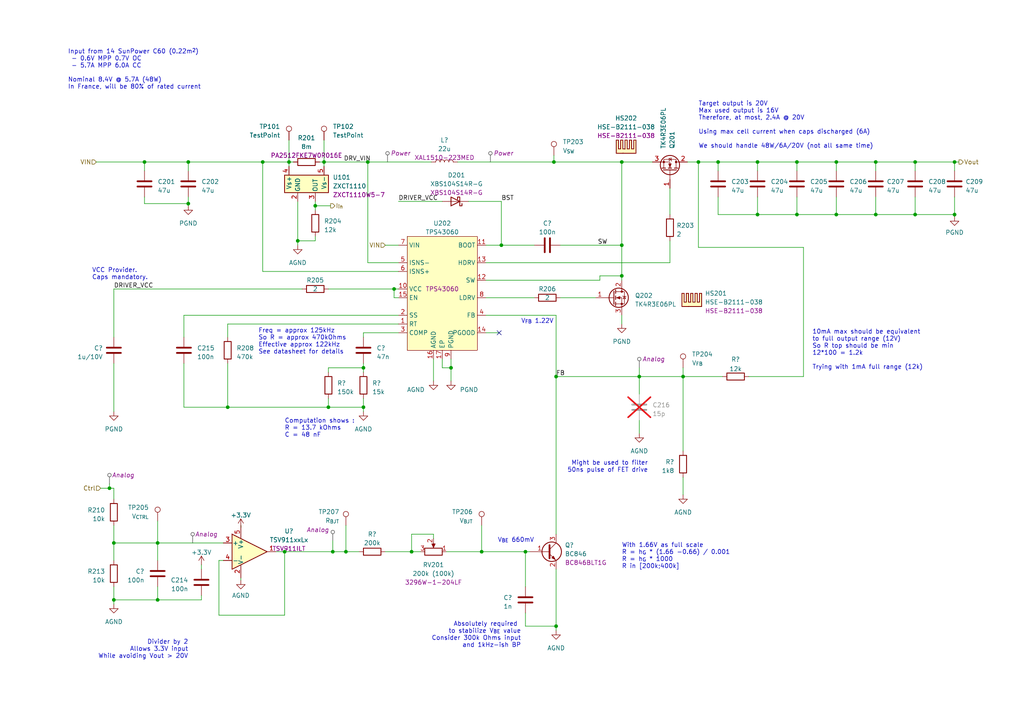
<source format=kicad_sch>
(kicad_sch (version 20230819) (generator eeschema)
  (paper "A4")
  (title_block (title "MPPT PSU - Core boost converter") (date "2023-04-05") (rev "0.1") (company "Julien FAUCHER") (comment 1 "Defis solaires 2024"))
  (lib_symbols
    (symbol "Amplifier_Current:ZXCT1110" (pin_names (offset 0.254))
      (property "Reference" "U" (at 7.62 1.27 0))
      (property "Value" "ZXCT1110" (at 7.62 -1.27 0))
      (symbol "ZXCT1110_0_1"
        (rectangle (start -6.35 2.54) (end 6.35 -2.54) (stroke (width 0.254)) (fill (type background)))
      )
      (symbol "ZXCT1110_1_1"
        (pin no_connect line (at 0 2.54 270) (length 2.54) hide (name "NC") (number "1"))
        (pin power_in line (at -2.54 -5.08 90) (length 2.54) (name "GND") (number "2"))
        (pin output line (at 2.54 -5.08 90) (length 2.54) (name "OUT") (number "3"))
        (pin input line (at -5.08 5.08 270) (length 2.54) (name "Vs+") (number "4"))
        (pin input line (at 5.08 5.08 270) (length 2.54) (name "Vs-") (number "5"))
      )
    )
    (symbol "Amplifier_Operational:TSV911xxLx" (pin_names (offset 0.127))
      (property "Reference" "U" (at -1.27 6.35 0))
      (property "Value" "TSV911xxLx" (at -1.27 3.81 0))
      (symbol "TSV911xxLx_0_1"
        (polyline (pts (xy -5.08 5.08) (xy 5.08 0) (xy -5.08 -5.08) (xy -5.08 5.08)) (stroke (width 0.254)) (fill (type background)))
        (pin power_in line (at -2.54 -7.62 90) (length 3.81) (name "V-") (number "2"))
        (pin power_in line (at -2.54 7.62 270) (length 3.81) (name "V+") (number "5"))
      )
      (symbol "TSV911xxLx_1_1"
        (pin output line (at 7.62 0 180) (length 2.54) (name "~") (number "1"))
        (pin input line (at -7.62 2.54 0) (length 2.54) (name "+") (number "3"))
        (pin input line (at -7.62 -2.54 0) (length 2.54) (name "-") (number "4"))
      )
    )
    (symbol "Connector:TestPoint" (pin_numbers hide) (pin_names (offset 0.762) hide)
      (property "Reference" "TP" (at 0 6.858 0))
      (property "Value" "TestPoint" (at 0 5.08 0))
      (symbol "TestPoint_0_1"
        (circle (center 0 3.302) (radius 0.762))
      )
      (symbol "TestPoint_1_1"
        (pin passive line (at 0 0 90) (length 2.54) (name "1") (number "1"))
      )
    )
    (symbol "Device:C" (pin_numbers hide) (pin_names (offset 0.254))
      (property "Reference" "C" (at 0.635 2.54 0))
      (property "Value" "C" (at 0.635 -2.54 0))
      (symbol "C_0_1"
        (polyline (pts (xy -2.032 -0.762) (xy 2.032 -0.762)) (stroke (width 0.508)))
        (polyline (pts (xy -2.032 0.762) (xy 2.032 0.762)) (stroke (width 0.508)))
      )
      (symbol "C_1_1"
        (pin passive line (at 0 3.81 270) (length 2.794) (name "~") (number "1"))
        (pin passive line (at 0 -3.81 90) (length 2.794) (name "~") (number "2"))
      )
    )
    (symbol "Device:D_Schottky" (pin_numbers hide) (pin_names (offset 1.016) hide)
      (property "Reference" "D" (at 0 2.54 0))
      (property "Value" "D_Schottky" (at 0 -2.54 0))
      (symbol "D_Schottky_0_1"
        (polyline (pts (xy 1.27 0) (xy -1.27 0)))
        (polyline (pts (xy 1.27 1.27) (xy 1.27 -1.27) (xy -1.27 0) (xy 1.27 1.27)) (stroke (width 0.254)))
        (polyline (pts (xy -1.905 0.635) (xy -1.905 1.27) (xy -1.27 1.27) (xy -1.27 -1.27) (xy -0.635 -1.27) (xy -0.635 -0.635)) (stroke (width 0.254)))
      )
      (symbol "D_Schottky_1_1"
        (pin passive line (at -3.81 0 0) (length 2.54) (name "K") (number "1"))
        (pin passive line (at 3.81 0 180) (length 2.54) (name "A") (number "2"))
      )
    )
    (symbol "Device:L" (pin_numbers hide) (pin_names (offset 1.016) hide)
      (property "Reference" "L" (at -1.27 0 90))
      (property "Value" "L" (at 1.905 0 90))
      (symbol "L_0_1"
        (arc (start 0 -2.54) (mid 0.6323 -1.905) (end 0 -1.27))
        (arc (start 0 -1.27) (mid 0.6323 -0.635) (end 0 0))
        (arc (start 0 0) (mid 0.6323 0.635) (end 0 1.27))
        (arc (start 0 1.27) (mid 0.6323 1.905) (end 0 2.54))
      )
      (symbol "L_1_1"
        (pin passive line (at 0 3.81 270) (length 1.27) (name "1") (number "1"))
        (pin passive line (at 0 -3.81 90) (length 1.27) (name "2") (number "2"))
      )
    )
    (symbol "Device:Q_NMOS_GDS" (pin_names (offset 0) hide)
      (property "Reference" "Q" (at 5.08 1.27 0))
      (property "Value" "Q_NMOS_GDS" (at 5.08 -1.27 0))
      (symbol "Q_NMOS_GDS_0_1"
        (polyline (pts (xy 0.254 0) (xy -2.54 0)))
        (polyline (pts (xy 0.254 1.905) (xy 0.254 -1.905)) (stroke (width 0.254)))
        (polyline (pts (xy 0.762 -1.27) (xy 0.762 -2.286)) (stroke (width 0.254)))
        (polyline (pts (xy 0.762 0.508) (xy 0.762 -0.508)) (stroke (width 0.254)))
        (polyline (pts (xy 0.762 2.286) (xy 0.762 1.27)) (stroke (width 0.254)))
        (polyline (pts (xy 2.54 2.54) (xy 2.54 1.778)))
        (polyline (pts (xy 2.54 -2.54) (xy 2.54 0) (xy 0.762 0)))
        (polyline (pts (xy 0.762 -1.778) (xy 3.302 -1.778) (xy 3.302 1.778) (xy 0.762 1.778)))
        (polyline (pts (xy 1.016 0) (xy 2.032 0.381) (xy 2.032 -0.381) (xy 1.016 0)) (fill (type outline)))
        (polyline (pts (xy 2.794 0.508) (xy 2.921 0.381) (xy 3.683 0.381) (xy 3.81 0.254)))
        (polyline (pts (xy 3.302 0.381) (xy 2.921 -0.254) (xy 3.683 -0.254) (xy 3.302 0.381)))
        (circle (center 1.651 0) (radius 2.794) (stroke (width 0.254)))
        (circle (center 2.54 -1.778) (radius 0.254) (fill (type outline)))
        (circle (center 2.54 1.778) (radius 0.254) (fill (type outline)))
      )
      (symbol "Q_NMOS_GDS_1_1"
        (pin input line (at -5.08 0 0) (length 2.54) (name "G") (number "1"))
        (pin passive line (at 2.54 5.08 270) (length 2.54) (name "D") (number "2"))
        (pin passive line (at 2.54 -5.08 90) (length 2.54) (name "S") (number "3"))
      )
    )
    (symbol "Device:R" (pin_numbers hide) (pin_names (offset 0))
      (property "Reference" "R" (at 2.032 0 90))
      (property "Value" "R" (at 0 0 90))
      (symbol "R_0_1"
        (rectangle (start -1.016 -2.54) (end 1.016 2.54) (stroke (width 0.254)))
      )
      (symbol "R_1_1"
        (pin passive line (at 0 3.81 270) (length 1.27) (name "~") (number "1"))
        (pin passive line (at 0 -3.81 90) (length 1.27) (name "~") (number "2"))
      )
    )
    (symbol "Device:R_Potentiometer" (pin_names (offset 1.016) hide)
      (property "Reference" "RV" (at -4.445 0 90))
      (property "Value" "R_Potentiometer" (at -2.54 0 90))
      (symbol "R_Potentiometer_0_1"
        (polyline (pts (xy 2.54 0) (xy 1.524 0)))
        (polyline (pts (xy 1.143 0) (xy 2.286 0.508) (xy 2.286 -0.508) (xy 1.143 0)) (fill (type outline)))
        (rectangle (start 1.016 2.54) (end -1.016 -2.54) (stroke (width 0.254)))
      )
      (symbol "R_Potentiometer_1_1"
        (pin passive line (at 0 3.81 270) (length 1.27) (name "1") (number "1"))
        (pin passive line (at 3.81 0 180) (length 1.27) (name "2") (number "2"))
        (pin passive line (at 0 -3.81 90) (length 1.27) (name "3") (number "3"))
      )
    )
    (symbol "GND_2" (power) (pin_names (offset 0))
      (property "Value" "GND" (at 0 -3.81 0))
      (symbol "GND_2_0_1"
        (polyline (pts (xy 0 0) (xy 0 -1.27) (xy 1.27 -1.27) (xy 0 -2.54) (xy -1.27 -1.27) (xy 0 -1.27)))
      )
      (symbol "GND_2_1_1"
        (pin power_in line (at 0 0 270) (length 0) hide (name "GND") (number "1"))
      )
    )
    (symbol "GND_3" (power) (pin_names (offset 0))
      (property "Value" "GND" (at 0 -3.81 0))
      (symbol "GND_3_0_1"
        (polyline (pts (xy 0 0) (xy 0 -1.27) (xy 1.27 -1.27) (xy 0 -2.54) (xy -1.27 -1.27) (xy 0 -1.27)))
      )
      (symbol "GND_3_1_1"
        (pin power_in line (at 0 0 270) (length 0) hide (name "GND") (number "1"))
      )
    )
    (symbol "GND_4" (power) (pin_names (offset 0))
      (property "Value" "GND" (at 0 -3.81 0))
      (symbol "GND_4_0_1"
        (polyline (pts (xy 0 0) (xy 0 -1.27) (xy 1.27 -1.27) (xy 0 -2.54) (xy -1.27 -1.27) (xy 0 -1.27)))
      )
      (symbol "GND_4_1_1"
        (pin power_in line (at 0 0 270) (length 0) hide (name "GND") (number "1"))
      )
    )
    (symbol "Mechanical:Heatsink" (pin_names (offset 1.016))
      (property "Reference" "HS" (at 0 5.08 0))
      (property "Value" "Heatsink" (at 0 -1.27 0))
      (symbol "Heatsink_0_1"
        (polyline (pts (xy -0.3302 1.27) (xy -0.9652 1.27) (xy -0.9652 3.81) (xy -1.6002 3.81) (xy -1.6002 1.27) (xy -2.2352 1.27) (xy -2.2352 3.81) (xy -2.8702 3.81) (xy -2.8702 0) (xy -0.9652 0)) (stroke (width 0.254)) (fill (type background)))
        (polyline (pts (xy -0.3302 1.27) (xy -0.3302 3.81) (xy 0.3048 3.81) (xy 0.3048 1.27) (xy 0.9398 1.27) (xy 0.9398 3.81) (xy 1.5748 3.81) (xy 1.5748 1.27) (xy 2.2098 1.27) (xy 2.2098 3.81) (xy 2.8448 3.81) (xy 2.8448 0) (xy -0.9652 0)) (stroke (width 0.254)) (fill (type background)))
      )
    )
    (symbol "Transistor_BJT:BC846" (pin_names (offset 0) hide)
      (property "Reference" "Q" (at 5.08 1.905 0))
      (property "Value" "BC846" (at 5.08 0 0))
      (symbol "BC846_0_1"
        (polyline (pts (xy 0.635 0.635) (xy 2.54 2.54)))
        (polyline (pts (xy 0.635 -0.635) (xy 2.54 -2.54) (xy 2.54 -2.54)))
        (polyline (pts (xy 0.635 1.905) (xy 0.635 -1.905) (xy 0.635 -1.905)) (stroke (width 0.508)))
        (polyline (pts (xy 1.27 -1.778) (xy 1.778 -1.27) (xy 2.286 -2.286) (xy 1.27 -1.778) (xy 1.27 -1.778)) (fill (type outline)))
        (circle (center 1.27 0) (radius 2.8194) (stroke (width 0.254)))
      )
      (symbol "BC846_1_1"
        (pin input line (at -5.08 0 0) (length 5.715) (name "B") (number "1"))
        (pin passive line (at 2.54 -5.08 90) (length 2.54) (name "E") (number "2"))
        (pin passive line (at 2.54 5.08 270) (length 2.54) (name "C") (number "3"))
      )
    )
    (symbol "defis_solaires_4:TPS43060"
      (property "Reference" "U" (at 0 0 0))
      (symbol "TPS43060_0_0"
        (pin bidirectional line (at -12.7 -10.16 0) (length 2.54) (name "RT") (number "1"))
        (pin power_out line (at -12.7 0 0) (length 2.54) (name "VCC") (number "10"))
        (pin output line (at 12.7 12.7 180) (length 2.54) (name "BOOT") (number "11"))
        (pin input line (at 12.7 2.54 180) (length 2.54) (name "SW") (number "12"))
        (pin output line (at 12.7 7.62 180) (length 2.54) (name "HDRV") (number "13"))
        (pin open_collector line (at 12.7 -12.7 180) (length 2.54) (name "PGOOD") (number "14"))
        (pin input line (at -12.7 -2.54 0) (length 2.54) (name "EN") (number "15"))
        (pin power_in line (at -2.54 -20.32 90) (length 2.54) (name "AGND") (number "16"))
        (pin power_in line (at 0 -20.32 90) (length 2.54) (name "EP") (number "17"))
        (pin output line (at -12.7 -7.62 0) (length 2.54) (name "SS") (number "2"))
        (pin output line (at -12.7 -12.7 0) (length 2.54) (name "COMP") (number "3"))
        (pin input line (at 12.7 -7.62 180) (length 2.54) (name "FB") (number "4"))
        (pin input line (at -12.7 7.62 0) (length 2.54) (name "ISNS-") (number "5"))
        (pin input line (at -12.7 5.08 0) (length 2.54) (name "ISNS+") (number "6"))
        (pin power_in line (at -12.7 12.7 0) (length 2.54) (name "VIN") (number "7"))
        (pin output line (at 12.7 -2.54 180) (length 2.54) (name "LDRV") (number "8"))
        (pin power_in line (at 2.54 -20.32 90) (length 2.54) (name "PGND") (number "9"))
      )
      (symbol "TPS43060_0_1"
        (rectangle (start -10.16 15.24) (end 10.16 -17.78) (fill (type background)))
      )
    )
    (symbol "power:+3.3V" (power) (pin_names (offset 0))
      (property "Value" "+3.3V" (at 0 3.556 0))
      (symbol "+3.3V_0_1"
        (polyline (pts (xy -0.762 1.27) (xy 0 2.54)))
        (polyline (pts (xy 0 0) (xy 0 2.54)))
        (polyline (pts (xy 0 2.54) (xy 0.762 1.27)))
      )
      (symbol "+3.3V_1_1"
        (pin power_in line (at 0 0 90) (length 0) hide (name "+3.3V") (number "1"))
      )
    )
    (symbol "power:GND" (power) (pin_names (offset 0))
      (property "Value" "GND" (at 0 -3.81 0))
      (symbol "GND_0_1"
        (polyline (pts (xy 0 0) (xy 0 -1.27) (xy 1.27 -1.27) (xy 0 -2.54) (xy -1.27 -1.27) (xy 0 -1.27)))
      )
      (symbol "GND_1_1"
        (pin power_in line (at 0 0 270) (length 0) hide (name "GND") (number "1"))
      )
    )
    (symbol "power:GNDA" (power) (pin_names (offset 0))
      (property "Value" "GNDA" (at 0 -3.81 0))
      (symbol "GNDA_0_1"
        (polyline (pts (xy 0 0) (xy 0 -1.27) (xy 1.27 -1.27) (xy 0 -2.54) (xy -1.27 -1.27) (xy 0 -1.27)))
      )
      (symbol "GNDA_1_1"
        (pin power_in line (at 0 0 270) (length 0) hide (name "GNDA") (number "1"))
      )
    )
  )
  (junction (at 276.86 46.99))
  (junction (at 231.14 46.99))
  (junction (at 254 46.99))
  (junction (at 86.36 69.85))
  (junction (at 180.34 80.01))
  (junction (at 265.43 46.99))
  (junction (at 198.12 109.22))
  (junction (at 45.72 173.99))
  (junction (at 100.33 160.02))
  (junction (at 106.68 46.99))
  (junction (at 54.61 59.055))
  (junction (at 114.3 83.82))
  (junction (at 93.98 46.99))
  (junction (at 254 62.23))
  (junction (at 33.02 173.99))
  (junction (at 41.91 46.99))
  (junction (at 152.4 160.02))
  (junction (at 265.43 62.23))
  (junction (at 161.29 109.22))
  (junction (at 54.61 46.99))
  (junction (at 82.55 160.02))
  (junction (at 242.57 46.99))
  (junction (at 180.34 71.12))
  (junction (at 219.71 46.99))
  (junction (at 130.81 106.68))
  (junction (at 276.86 62.23))
  (junction (at 139.7 160.02))
  (junction (at 219.71 62.23))
  (junction (at 160.655 46.99))
  (junction (at 76.2 46.99))
  (junction (at 105.41 106.68))
  (junction (at 66.04 118.11))
  (junction (at 185.42 109.22))
  (junction (at 105.41 118.11))
  (junction (at 242.57 62.23))
  (junction (at 95.25 118.11))
  (junction (at 31.75 141.605))
  (junction (at 161.29 181.61))
  (junction (at 231.14 62.23))
  (junction (at 208.28 46.99))
  (junction (at 83.82 46.99))
  (junction (at 119.38 160.02))
  (junction (at 96.52 160.02))
  (junction (at 202.565 46.99))
  (junction (at 91.44 59.69))
  (junction (at 33.02 157.48))
  (junction (at 180.34 46.99))
  (junction (at 45.72 157.48))
  (junction (at 145.415 71.12))
  (no_connect (at 144.78 96.52))
  (wire (pts (xy 231.14 46.99) (xy 231.14 49.53)))
  (wire (pts (xy 254 57.15) (xy 254 62.23)))
  (wire (pts (xy 180.34 46.99) (xy 189.23 46.99)))
  (wire (pts (xy 106.68 76.2) (xy 115.57 76.2)))
  (wire (pts (xy 91.44 68.58) (xy 91.44 69.85)))
  (wire (pts (xy 33.02 105.41) (xy 33.02 119.38)))
  (wire (pts (xy 58.42 173.99) (xy 45.72 173.99)))
  (wire (pts (xy 76.2 78.74) (xy 115.57 78.74)))
  (wire (pts (xy 265.43 57.15) (xy 265.43 62.23)))
  (wire (pts (xy 82.55 160.02) (xy 80.01 160.02)))
  (wire (pts (xy 219.71 57.15) (xy 219.71 62.23)))
  (wire (pts (xy 254 46.99) (xy 254 49.53)))
  (wire (pts (xy 185.42 106.68) (xy 185.42 109.22)))
  (wire (pts (xy 86.36 69.85) (xy 86.36 71.12)))
  (wire (pts (xy 91.44 58.42) (xy 91.44 59.69)))
  (wire (pts (xy 198.12 138.43) (xy 198.12 143.51)))
  (wire (pts (xy 219.71 62.23) (xy 231.14 62.23)))
  (wire (pts (xy 202.565 71.755) (xy 233.045 71.755)))
  (wire (pts (xy 106.68 46.99) (xy 125.095 46.99)))
  (wire (pts (xy 91.44 59.69) (xy 91.44 60.96)))
  (wire (pts (xy 153.67 160.02) (xy 152.4 160.02)))
  (wire (pts (xy 208.28 46.99) (xy 219.71 46.99)))
  (wire (pts (xy 219.71 46.99) (xy 231.14 46.99)))
  (wire (pts (xy 242.57 57.15) (xy 242.57 62.23)))
  (wire (pts (xy 265.43 62.23) (xy 276.86 62.23)))
  (wire (pts (xy 33.02 152.4) (xy 33.02 157.48)))
  (wire (pts (xy 33.02 144.78) (xy 33.02 141.605)))
  (wire (pts (xy 45.72 157.48) (xy 45.72 162.56)))
  (wire (pts (xy 45.72 151.13) (xy 45.72 157.48)))
  (wire (pts (xy 152.4 160.02) (xy 152.4 170.18)))
  (wire (pts (xy 58.42 172.72) (xy 58.42 173.99)))
  (wire (pts (xy 125.73 104.14) (xy 125.73 110.49)))
  (wire (pts (xy 106.68 46.99) (xy 106.68 76.2)))
  (wire (pts (xy 219.71 46.99) (xy 219.71 49.53)))
  (wire (pts (xy 254 62.23) (xy 265.43 62.23)))
  (wire (pts (xy 125.73 156.21) (xy 125.73 154.94)))
  (wire (pts (xy 180.34 80.01) (xy 180.34 81.28)))
  (wire (pts (xy 100.33 160.02) (xy 96.52 160.02)))
  (wire (pts (xy 63.5 162.56) (xy 63.5 178.435)))
  (wire (pts (xy 41.91 57.15) (xy 41.91 59.055)))
  (wire (pts (xy 128.27 104.14) (xy 128.27 106.68)))
  (wire (pts (xy 82.55 160.02) (xy 96.52 160.02)))
  (wire (pts (xy 140.97 76.2) (xy 194.31 76.2)))
  (wire (pts (xy 115.57 83.82) (xy 114.3 83.82)))
  (wire (pts (xy 173.99 80.01) (xy 180.34 80.01)))
  (wire (pts (xy 231.14 62.23) (xy 242.57 62.23)))
  (wire (pts (xy 119.38 160.02) (xy 121.92 160.02)))
  (wire (pts (xy 33.02 97.79) (xy 33.02 83.82)))
  (wire (pts (xy 130.81 106.68) (xy 130.81 110.49)))
  (wire (pts (xy 140.97 81.28) (xy 173.99 81.28)))
  (wire (pts (xy 160.655 45.085) (xy 160.655 46.99)))
  (wire (pts (xy 45.72 173.99) (xy 33.02 173.99)))
  (wire (pts (xy 33.02 170.18) (xy 33.02 173.99)))
  (wire (pts (xy 91.44 59.69) (xy 95.885 59.69)))
  (wire (pts (xy 95.25 118.11) (xy 105.41 118.11)))
  (wire (pts (xy 66.04 118.11) (xy 95.25 118.11)))
  (wire (pts (xy 198.12 106.68) (xy 198.12 109.22)))
  (wire (pts (xy 54.61 46.99) (xy 54.61 49.53)))
  (wire (pts (xy 276.86 62.865) (xy 276.86 62.23)))
  (wire (pts (xy 31.75 141.605) (xy 29.21 141.605)))
  (wire (pts (xy 162.56 71.12) (xy 180.34 71.12)))
  (wire (pts (xy 53.34 97.79) (xy 53.34 91.44)))
  (wire (pts (xy 66.04 93.98) (xy 115.57 93.98)))
  (wire (pts (xy 135.89 58.42) (xy 145.415 58.42)))
  (wire (pts (xy 41.91 46.99) (xy 41.91 49.53)))
  (wire (pts (xy 242.57 46.99) (xy 242.57 49.53)))
  (wire (pts (xy 53.34 91.44) (xy 115.57 91.44)))
  (wire (pts (xy 194.31 62.23) (xy 194.31 54.61)))
  (wire (pts (xy 105.41 118.11) (xy 105.41 119.38)))
  (wire (pts (xy 161.29 91.44) (xy 161.29 109.22)))
  (wire (pts (xy 145.415 58.42) (xy 145.415 71.12)))
  (wire (pts (xy 33.02 141.605) (xy 31.75 141.605)))
  (wire (pts (xy 53.34 105.41) (xy 53.34 118.11)))
  (wire (pts (xy 33.02 173.99) (xy 33.02 175.26)))
  (wire (pts (xy 208.28 62.23) (xy 219.71 62.23)))
  (wire (pts (xy 41.91 46.99) (xy 54.61 46.99)))
  (wire (pts (xy 254 46.99) (xy 265.43 46.99)))
  (wire (pts (xy 100.33 152.4) (xy 100.33 160.02)))
  (wire (pts (xy 231.14 57.15) (xy 231.14 62.23)))
  (wire (pts (xy 160.655 46.99) (xy 132.715 46.99)))
  (wire (pts (xy 161.29 165.1) (xy 161.29 181.61)))
  (wire (pts (xy 95.25 107.95) (xy 95.25 106.68)))
  (wire (pts (xy 93.98 46.99) (xy 93.98 48.26)))
  (wire (pts (xy 185.42 109.22) (xy 198.12 109.22)))
  (wire (pts (xy 114.3 83.82) (xy 114.3 86.36)))
  (wire (pts (xy 31.75 140.335) (xy 31.75 141.605)))
  (wire (pts (xy 76.2 46.99) (xy 83.82 46.99)))
  (wire (pts (xy 160.655 46.99) (xy 180.34 46.99)))
  (wire (pts (xy 180.34 71.12) (xy 180.34 80.01)))
  (wire (pts (xy 152.4 181.61) (xy 161.29 181.61)))
  (wire (pts (xy 198.12 109.22) (xy 209.55 109.22)))
  (wire (pts (xy 242.57 46.99) (xy 254 46.99)))
  (wire (pts (xy 217.17 109.22) (xy 233.045 109.22)))
  (wire (pts (xy 105.41 115.57) (xy 105.41 118.11)))
  (wire (pts (xy 76.2 78.74) (xy 76.2 46.99)))
  (wire (pts (xy 105.41 106.68) (xy 105.41 107.95)))
  (wire (pts (xy 95.25 115.57) (xy 95.25 118.11)))
  (wire (pts (xy 69.85 152.4) (xy 69.85 153.035)))
  (wire (pts (xy 265.43 46.99) (xy 265.43 49.53)))
  (wire (pts (xy 145.415 71.12) (xy 154.94 71.12)))
  (wire (pts (xy 100.33 160.02) (xy 104.14 160.02)))
  (wire (pts (xy 45.72 157.48) (xy 33.02 157.48)))
  (wire (pts (xy 64.77 157.48) (xy 45.72 157.48)))
  (wire (pts (xy 86.36 58.42) (xy 86.36 69.85)))
  (wire (pts (xy 114.3 86.36) (xy 115.57 86.36)))
  (wire (pts (xy 63.5 178.435) (xy 82.55 178.435)))
  (wire (pts (xy 83.82 46.99) (xy 83.82 48.26)))
  (wire (pts (xy 128.27 106.68) (xy 130.81 106.68)))
  (wire (pts (xy 64.77 162.56) (xy 63.5 162.56)))
  (wire (pts (xy 95.25 83.82) (xy 114.3 83.82)))
  (wire (pts (xy 162.56 86.36) (xy 172.72 86.36)))
  (wire (pts (xy 69.85 167.64) (xy 69.85 168.275)))
  (wire (pts (xy 231.14 46.99) (xy 242.57 46.99)))
  (wire (pts (xy 233.045 71.755) (xy 233.045 109.22)))
  (wire (pts (xy 111.76 71.12) (xy 115.57 71.12)))
  (wire (pts (xy 140.97 96.52) (xy 144.78 96.52)))
  (wire (pts (xy 130.81 104.14) (xy 130.81 106.68)))
  (wire (pts (xy 54.61 46.99) (xy 76.2 46.99)))
  (wire (pts (xy 41.91 59.055) (xy 54.61 59.055)))
  (wire (pts (xy 265.43 46.99) (xy 276.86 46.99)))
  (wire (pts (xy 53.34 118.11) (xy 66.04 118.11)))
  (wire (pts (xy 161.29 109.22) (xy 185.42 109.22)))
  (wire (pts (xy 202.565 46.99) (xy 208.28 46.99)))
  (wire (pts (xy 115.57 58.42) (xy 128.27 58.42)))
  (wire (pts (xy 194.31 76.2) (xy 194.31 69.85)))
  (wire (pts (xy 202.565 46.99) (xy 202.565 71.755)))
  (wire (pts (xy 161.29 182.88) (xy 161.29 181.61)))
  (wire (pts (xy 119.38 154.94) (xy 119.38 160.02)))
  (wire (pts (xy 33.02 83.82) (xy 87.63 83.82)))
  (wire (pts (xy 140.97 71.12) (xy 145.415 71.12)))
  (wire (pts (xy 208.28 57.15) (xy 208.28 62.23)))
  (wire (pts (xy 82.55 160.02) (xy 82.55 178.435)))
  (wire (pts (xy 111.76 160.02) (xy 119.38 160.02)))
  (wire (pts (xy 180.34 93.98) (xy 180.34 91.44)))
  (wire (pts (xy 242.57 62.23) (xy 254 62.23)))
  (wire (pts (xy 276.86 57.15) (xy 276.86 62.23)))
  (wire (pts (xy 45.72 170.18) (xy 45.72 173.99)))
  (wire (pts (xy 208.28 46.99) (xy 208.28 49.53)))
  (wire (pts (xy 173.99 80.01) (xy 173.99 81.28)))
  (wire (pts (xy 199.39 46.99) (xy 202.565 46.99)))
  (wire (pts (xy 185.42 109.22) (xy 185.42 114.3)))
  (wire (pts (xy 125.73 154.94) (xy 119.38 154.94)))
  (wire (pts (xy 105.41 105.41) (xy 105.41 106.68)))
  (wire (pts (xy 276.86 46.99) (xy 276.86 49.53)))
  (wire (pts (xy 86.36 69.85) (xy 91.44 69.85)))
  (wire (pts (xy 93.98 46.99) (xy 106.68 46.99)))
  (wire (pts (xy 95.25 106.68) (xy 105.41 106.68)))
  (wire (pts (xy 54.61 59.055) (xy 54.61 59.69)))
  (wire (pts (xy 276.86 46.99) (xy 278.13 46.99)))
  (wire (pts (xy 198.12 109.22) (xy 198.12 130.81)))
  (wire (pts (xy 96.52 156.845) (xy 96.52 160.02)))
  (wire (pts (xy 139.7 152.4) (xy 139.7 160.02)))
  (wire (pts (xy 105.41 96.52) (xy 115.57 96.52)))
  (wire (pts (xy 129.54 160.02) (xy 139.7 160.02)))
  (wire (pts (xy 54.61 57.15) (xy 54.61 59.055)))
  (wire (pts (xy 105.41 96.52) (xy 105.41 97.79)))
  (wire (pts (xy 152.4 177.8) (xy 152.4 181.61)))
  (wire (pts (xy 83.82 46.99) (xy 85.09 46.99)))
  (wire (pts (xy 58.42 163.83) (xy 58.42 165.1)))
  (wire (pts (xy 83.82 40.64) (xy 83.82 46.99)))
  (wire (pts (xy 66.04 105.41) (xy 66.04 118.11)))
  (wire (pts (xy 185.42 121.92) (xy 185.42 125.73)))
  (wire (pts (xy 92.71 46.99) (xy 93.98 46.99)))
  (wire (pts (xy 180.34 46.99) (xy 180.34 71.12)))
  (wire (pts (xy 140.97 91.44) (xy 161.29 91.44)))
  (wire (pts (xy 33.02 157.48) (xy 33.02 162.56)))
  (wire (pts (xy 140.97 86.36) (xy 154.94 86.36)))
  (wire (pts (xy 139.7 160.02) (xy 152.4 160.02)))
  (wire (pts (xy 66.04 93.98) (xy 66.04 97.79)))
  (wire (pts (xy 93.98 40.64) (xy 93.98 46.99)))
  (wire (pts (xy 161.29 109.22) (xy 161.29 154.94)))
  (wire (pts (xy 27.94 46.99) (xy 41.91 46.99)))
  (text "V_{BE} 660mV" (at 154.94 157.48 0) (effects (font (size 1.27 1.27)) (justify right bottom)))
  (text "V_{FB} 1.22V" (at 151.13 93.98 0) (effects (font (size 1.27 1.27)) (justify left bottom)))
  (text "Computation shows :\nR = 13.7 kOhms\nC = 48 nF" (at 82.55 127 0) (effects (font (size 1.27 1.27)) (justify left bottom)))
  (text "With 1.66V as full scale\nR = h_{G} * (1.66 -0.66) / 0.001\nR = h_{G} * 1000\nR in [200k;400k]" (at 180.34 165.1 0) (effects (font (size 1.27 1.27)) (justify left bottom)))
  (text "Might be used to filter\n50ns pulse of FET drive" (at 187.96 137.16 0) (effects (font (size 1.27 1.27)) (justify right bottom)))
  (text "Absolutely required \nto stabilize V_{BE} value\nConsider 300k Ohms input\nand 1kHz-ish BP\n" (at 151.13 187.96 0) (effects (font (size 1.27 1.27)) (justify right bottom)))
  (text "VCC Provider.\nCaps mandatory." (at 26.67 81.28 0) (effects (font (size 1.27 1.27)) (justify left bottom)))
  (text "10mA max should be equivalent \nto full output range (12V)\nSo R top should be min \n12*100 = 1.2k\n\nTrying with 1mA full range (12k)" (at 235.585 107.315 0) (effects (font (size 1.27 1.27)) (justify left bottom)))
  (text "Freq = approx 125kHz\nSo R = approx 470kOhms \nEffective approx 122kHz\nSee datasheet for details" (at 74.93 102.87 0) (effects (font (size 1.27 1.27)) (justify left bottom)))
  (text "Input from 14 SunPower C60 (0.22m^{2})\n - 0.6V MPP 0.7V OC\n - 5.7A MPP 6.0A CC\n\nNominal 8.4V @ 5.7A (48W)\nIn France, will be 80% of rated current" (at 19.685 26.035 0) (effects (font (size 1.27 1.27)) (justify left bottom)))
  (text "Target output is 20V\nMax used output is 16V\nTherefore, at most, 2.4A @ 20V\n\nUsing max cell current when caps discharged (6A)\n\nWe should handle 48W/6A/20V (not all same time)" (at 202.565 43.18 0) (effects (font (size 1.27 1.27)) (justify left bottom)))
  (text "Divider by 2\nAllows 3.3V input\nWhile avoiding Vout > 20V" (at 54.61 191.135 0) (effects (font (size 1.27 1.27)) (justify right bottom)))
  (label "BST" (at 145.415 58.42 0))
  (label "FB" (at 161.29 109.22 0))
  (label "DRIVER_VCC" (at 115.57 58.42 0))
  (label "SW" (at 173.355 71.12 0))
  (label "DRV_VIN" (at 99.695 46.99 0))
  (label "DRIVER_VCC" (at 33.02 83.82 0))
  (hierarchical_label "VIN" (shape input) (at 27.94 46.99 180) (property "Références Inter-Feuilles" "${INTERSHEET_REFS}" (effects hide)))
  (hierarchical_label "Ctrl" (shape input) (at 29.21 141.605 180) (property "Références Inter-Feuilles" "${INTERSHEET_REFS}" (effects hide)))
  (hierarchical_label "VIN" (shape input) (at 111.76 71.12 180))
  (hierarchical_label "I_{in}" (shape output) (at 95.885 59.69 0))
  (hierarchical_label "Vout" (shape output) (at 278.13 46.99 0) (property "Références Inter-Feuilles" "${INTERSHEET_REFS}" (effects hide)))
  (netclass_flag "" (length 2.54) (shape round) (at 31.75 140.335 0) (property "Netclass" "Analog" (at 32.4485 137.795 0) (effects (font italic) (justify left))))
  (netclass_flag "" (length 2.54) (shape round) (at 142.24 46.99 0) (property "Netclass" "Power" (at 143.129 44.45 0) (effects (font italic) (justify left))))
  (netclass_flag "" (length 2.54) (shape round) (at 112.395 46.99 0) (property "Netclass" "Power" (at 113.284 44.45 0) (effects (font italic) (justify left))))
  (netclass_flag "" (length 2.54) (shape round) (at 96.52 156.845 0) (property "Netclass" "Analog" (at 88.9 153.67 0) (effects (font italic) (justify left))))
  (netclass_flag "" (length 2.54) (shape round) (at 55.88 157.48 0) (property "Netclass" "Analog" (at 56.5785 154.94 0) (effects (font italic) (justify left))))
  (netclass_flag "" (length 2.54) (shape round) (at 185.42 106.68 0) (property "Netclass" "Analog" (at 186.309 104.14 0) (effects (font italic) (justify left))))
  (symbol (lib_id "Device:Q_NMOS_GDS") (at 177.8 86.36 0) (unit 1)
    (property "Reference" "Q202" (at 184.15 85.725 0) (effects (justify left)))
    (property "Value" "TK4R3E06PL" (at 184.15 88.265 0) (effects (justify left)))
    (property "Footprint" "Package_TO_SOT_THT:TO-220-3_Horizontal_TabUp" (effects hide))
    (property "Datasheet" "https://www.mouser.fr/datasheet/2/408/TK4R3E06PL_datasheet_en_20210120-1075493.pdf" (effects hide))
    (property "MPN" "TK4R3E06PL" (effects hide))
    (property "Mouser SKU" " 757-TK4R3E06PLS1X " (effects hide))
  )
  (symbol (lib_id "Device:L") (at 128.905 46.99 90) (unit 1)
    (property "Reference" "L?" (at 128.905 40.64 90))
    (property "Value" "22u" (at 128.905 43.18 90))
    (property "Footprint" "Inductor_SMD:L_Coilcraft_XAL1510-223" (effects hide))
    (property "Datasheet" "https://www.mouser.fr/datasheet/2/597/xal1510-938229.pdf" (effects hide))
    (property "MPN" "XAL1510-223MED" (at 128.905 45.72 90))
    (property "Sim.Device" "SPICE" (effects hide))
    (property "Sim.Params" "type=\"L\" model=\"1.5u\" lib=\"\"" (effects hide))
    (property "Sim.Pins" "1=1 2=2" (effects hide))
    (property "Mouser SKU" "994-XAL1510-223MED " (effects hide))
  )
  (symbol (lib_id "Device:R") (at 107.95 160.02 90) (unit 1)
    (property "Reference" "R?" (at 107.95 154.94 90))
    (property "Value" "200k" (at 107.95 157.48 90))
    (property "Footprint" "Resistor_SMD:R_0805_2012Metric" (effects hide))
  )
  (symbol (lib_id "power:GND") (at 198.12 143.51 0) (unit 1)
    (property "Reference" "#PWR?" (effects hide))
    (property "Value" "AGND" (at 198.12 148.59 0))
  )
  (symbol (lib_id "Device:R_Potentiometer") (at 125.73 160.02 270) (mirror x) (unit 1)
    (property "Reference" "RV201" (at 125.73 163.83 90))
    (property "Value" "200k (100k)" (at 125.73 166.37 90))
    (property "Footprint" "Potentiometer_THT:Potentiometer_Bourns_3296W_Vertical" (effects hide))
    (property "MPN" "3296W-1-204LF" (at 125.73 168.91 90))
    (property "Mouser SKU" " 652-3296W-1-204LF " (effects hide))
  )
  (symbol (lib_id "Amplifier_Current:ZXCT1110") (at 88.9 53.34 0) (unit 1)
    (property "Reference" "U101" (at 96.52 51.435 0) (effects (justify left)))
    (property "Value" "ZXCT1110" (at 96.52 53.975 0) (effects (justify left)))
    (property "Footprint" "Package_TO_SOT_SMD:SOT-23-5" (effects hide))
    (property "Datasheet" "https://www.diodes.com/assets/Datasheets/ZXCT1107_10.pdf" (effects hide))
    (property "MPN" "ZXCT1110W5-7" (at 96.52 56.515 0) (effects (justify left)))
    (property "Mouser SKU" " 522-ZXCT1110W5-7 " (effects hide))
  )
  (symbol (lib_id "Device:C") (at 54.61 53.34 0) (unit 1)
    (property "Reference" "C202" (at 58.42 52.705 0) (effects (justify left)))
    (property "Value" "47u" (at 58.42 55.245 0) (effects (justify left)))
    (property "Footprint" "Capacitor_SMD:C_1206_3216Metric" (effects hide))
    (property "Datasheet" "https://product.tdk.com/system/files/dam/doc/product/capacitor/ceramic/mlcc/catalog/mlcc_commercial_general_en.pdf" (effects hide))
    (property "MPN" "C3216X5R1E476M160AC" (effects hide))
    (property "Mouser SKU" "810-C3216X5R1E476M " (effects hide))
  )
  (symbol (lib_id "Device:C") (at 105.41 101.6 0) (unit 1)
    (property "Reference" "C?" (at 109.22 100.965 0) (effects (justify left)))
    (property "Value" "47n" (at 109.22 103.505 0) (effects (justify left)))
    (property "Footprint" "Capacitor_SMD:C_0805_2012Metric" (effects hide))
  )
  (symbol (lib_id "Device:R") (at 158.75 86.36 90) (unit 1)
    (property "Reference" "R206" (at 158.75 83.82 90))
    (property "Value" "2" (at 158.75 86.36 90))
    (property "Footprint" "Resistor_SMD:R_0805_2012Metric" (effects hide))
    (property "Mouser SKU" "652-CHP0805QFW-2R00ELF" (effects hide))
    (property "MPN" "CHP0805QFW-2R00ELF" (effects hide))
  )
  (symbol (lib_id "Device:C") (at 45.72 166.37 0) (mirror y) (unit 1)
    (property "Reference" "C?" (at 41.91 165.735 0) (effects (justify left)))
    (property "Value" "100n" (at 41.91 168.275 0) (effects (justify left)))
    (property "Footprint" "Capacitor_SMD:C_0805_2012Metric" (effects hide))
    (property "Mouser SKU" "581-0805YC104M4T2A " (effects hide))
    (property "MPN" "0805YC104M4T2A " (effects hide))
  )
  (symbol (lib_name "GND_3") (lib_id "power:GND") (at 33.02 119.38 0) (unit 1)
    (property "Reference" "#PWR0209" (effects hide))
    (property "Value" "PGND" (at 33.02 124.46 0))
    (instances (project "dsv4" (path "" (reference "#PWR0209") (unit 1)) (path "" (reference "#PWR0209") (unit 1))) (project "power_supply" (path "" (reference "#PWR0202") (unit 1))))
  )
  (symbol (lib_id "Device:R") (at 194.31 66.04 0) (unit 1)
    (property "Reference" "R203" (at 196.215 65.405 0) (effects (justify left)))
    (property "Value" "2" (at 196.215 67.945 0) (effects (justify left)))
    (property "Footprint" "Resistor_SMD:R_0805_2012Metric" (effects hide))
    (property "Mouser SKU" "652-CHP0805QFW-2R00ELF" (effects hide))
    (property "MPN" "CHP0805QFW-2R00ELF" (effects hide))
  )
  (symbol (lib_name "GND_4") (lib_id "power:GND") (at 185.42 125.73 0) (unit 1)
    (property "Reference" "#PWR01" (effects hide))
    (property "Value" "AGND" (at 185.42 130.81 0))
  )
  (symbol (lib_id "Connector:TestPoint") (at 93.98 40.64 0) (unit 1) (in_bom no)
    (property "Reference" "TP102" (at 96.52 36.703 0) (effects (justify left)))
    (property "Value" "TestPoint" (at 96.52 39.243 0) (effects (justify left)))
    (property "Footprint" "TestPoint:TestPoint_Keystone_5010-5014_Multipurpose" (effects hide))
  )
  (symbol (lib_id "Device:C") (at 58.42 168.91 0) (mirror y) (unit 1)
    (property "Reference" "C214" (at 54.61 168.275 0) (effects (justify left)))
    (property "Value" "100n" (at 54.61 170.815 0) (effects (justify left)))
    (property "Footprint" "Capacitor_SMD:C_0805_2012Metric" (effects hide))
    (property "Mouser SKU" "581-0805YC104M4T2A " (effects hide))
    (property "MPN" "0805YC104M4T2A " (effects hide))
  )
  (symbol (lib_id "Device:C") (at 208.28 53.34 0) (unit 1)
    (property "Reference" "C203" (at 212.09 52.705 0) (effects (justify left)))
    (property "Value" "47u" (at 212.09 55.245 0) (effects (justify left)))
    (property "Footprint" "Capacitor_SMD:C_1206_3216Metric" (effects hide))
    (property "Datasheet" "https://product.tdk.com/system/files/dam/doc/product/capacitor/ceramic/mlcc/catalog/mlcc_commercial_general_en.pdf" (effects hide))
    (property "MPN" "C3216X5R1E476M160AC" (effects hide))
    (property "Mouser SKU" "810-C3216X5R1E476M " (effects hide))
  )
  (symbol (lib_id "power:GNDA") (at 130.81 110.49 0) (unit 1)
    (property "Reference" "#PWR0203" (effects hide))
    (property "Value" "PGND" (at 133.35 113.03 0) (effects (justify left)))
  )
  (symbol (lib_id "Amplifier_Operational:TSV911xxLx") (at 72.39 160.02 0) (unit 1) (exclude_from_sim yes)
    (property "Reference" "U?" (at 83.82 154.0511 0))
    (property "Value" "TSV911xxLx" (at 83.82 156.5911 0))
    (property "Footprint" "Package_TO_SOT_SMD:SOT-23-5" (effects hide))
    (property "Datasheet" "www.st.com/resource/en/datasheet/tsv911.pdf" (effects hide))
    (property "Sim.Device" "SPICE" (effects hide))
    (property "Sim.Params" "type=\"X\" model=\"TSV91X\" lib=\"/home/julien/Projets/Kicad/DefisSolaireV4/librairies/spice/tsv91x_series.lib\"" (effects hide))
    (property "Sim.Pins" "4=1 3=2 1=3 2=4 5=5" (effects hide))
    (property "MPN" "TSV911ILT" (at 83.82 159.1311 0))
    (property "Mouser SKU" " 511-TSV911ILT " (effects hide))
  )
  (symbol (lib_id "power:GND") (at 161.29 182.88 0) (mirror y) (unit 1)
    (property "Reference" "#PWR?" (effects hide))
    (property "Value" "AGND" (at 161.29 187.96 0))
  )
  (symbol (lib_id "Device:C") (at 219.71 53.34 0) (unit 1)
    (property "Reference" "C204" (at 223.52 52.705 0) (effects (justify left)))
    (property "Value" "47u" (at 223.52 55.245 0) (effects (justify left)))
    (property "Footprint" "Capacitor_SMD:C_1206_3216Metric" (effects hide))
    (property "Datasheet" "https://product.tdk.com/system/files/dam/doc/product/capacitor/ceramic/mlcc/catalog/mlcc_commercial_general_en.pdf" (effects hide))
    (property "MPN" "C3216X5R1E476M160AC" (effects hide))
    (property "Mouser SKU" "810-C3216X5R1E476M " (effects hide))
  )
  (symbol (lib_id "power:GND") (at 180.34 93.98 0) (unit 1)
    (property "Reference" "#PWR?" (effects hide))
    (property "Value" "PGND" (at 180.34 99.06 0))
  )
  (symbol (lib_id "Connector:TestPoint") (at 100.33 152.4 0) (mirror y) (unit 1) (in_bom no)
    (property "Reference" "TP207" (at 98.425 148.463 0) (effects (justify left)))
    (property "Value" "R_{BJT}" (at 98.425 151.003 0) (effects (justify left)))
    (property "Footprint" "TestPoint:TestPoint_Keystone_5010-5014_Multipurpose" (effects hide))
  )
  (symbol (lib_id "Device:Q_NMOS_GDS") (at 194.31 49.53 270) (mirror x) (unit 1)
    (property "Reference" "Q201" (at 194.945 43.18 0) (effects (justify left)))
    (property "Value" "TK4R3E06PL" (at 192.405 43.18 0) (effects (justify left)))
    (property "Footprint" "Package_TO_SOT_THT:TO-220-3_Horizontal_TabUp" (effects hide))
    (property "Datasheet" "https://www.mouser.fr/datasheet/2/408/TK4R3E06PL_datasheet_en_20210120-1075493.pdf" (effects hide))
    (property "MPN" "TK4R3E06PL" (effects hide))
    (property "Mouser SKU" " 757-TK4R3E06PLS1X " (effects hide))
  )
  (symbol (lib_id "Connector:TestPoint") (at 45.72 151.13 0) (mirror y) (unit 1) (in_bom no)
    (property "Reference" "TP205" (at 43.18 147.193 0) (effects (justify left)))
    (property "Value" "V_{CTRL}" (at 43.18 149.733 0) (effects (justify left)))
    (property "Footprint" "TestPoint:TestPoint_Keystone_5010-5014_Multipurpose" (effects hide))
  )
  (symbol (lib_id "Connector:TestPoint") (at 83.82 40.64 0) (unit 1) (in_bom no)
    (property "Reference" "TP101" (at 81.28 36.703 0) (effects (justify right)))
    (property "Value" "TestPoint" (at 81.28 39.243 0) (effects (justify right)))
    (property "Footprint" "TestPoint:TestPoint_Keystone_5010-5014_Multipurpose" (effects hide))
  )
  (symbol (lib_name "GND_3") (lib_id "power:GND") (at 54.61 59.69 0) (unit 1)
    (property "Reference" "#PWR0202" (effects hide))
    (property "Value" "PGND" (at 54.61 64.77 0))
  )
  (symbol (lib_id "Connector:TestPoint") (at 198.12 106.68 0) (unit 1) (in_bom no)
    (property "Reference" "TP204" (at 200.66 102.743 0) (effects (justify left)))
    (property "Value" "V_{FB}" (at 200.66 105.283 0) (effects (justify left)))
    (property "Footprint" "TestPoint:TestPoint_Keystone_5010-5014_Multipurpose" (effects hide))
  )
  (symbol (lib_id "Mechanical:Heatsink") (at 181.61 44.45 0) (unit 1) (exclude_from_sim yes) (on_board no)
    (property "Reference" "HS202" (at 181.5973 34.29 0))
    (property "Value" "HSE-B2111-038" (at 181.5973 36.83 0))
    (property "Datasheet" "https://www.mouser.fr/datasheet/2/670/hse_bx_01-1778429.pdf" (effects hide))
    (property "MPN" "HSE-B2111-038" (at 181.5973 39.37 0))
    (property "Mouser SKU" " 490-HSE-B2111-038 " (effects hide))
  )
  (symbol (lib_id "Device:C") (at 41.91 53.34 0) (unit 1)
    (property "Reference" "C201" (at 45.72 52.705 0) (effects (justify left)))
    (property "Value" "47u" (at 45.72 55.245 0) (effects (justify left)))
    (property "Footprint" "Capacitor_SMD:C_1206_3216Metric" (effects hide))
    (property "Datasheet" "https://product.tdk.com/system/files/dam/doc/product/capacitor/ceramic/mlcc/catalog/mlcc_commercial_general_en.pdf" (effects hide))
    (property "MPN" "C3216X5R1E476M160AC" (effects hide))
    (property "Mouser SKU" "810-C3216X5R1E476M " (effects hide))
  )
  (symbol (lib_id "defis_solaires_4:TPS43060") (at 128.27 83.82 0) (unit 1)
    (property "Reference" "U202" (at 128.27 64.77 0))
    (property "Value" "TPS43060" (at 128.27 67.31 0))
    (property "Footprint" "power_supply:QFN-16_EP_3x3_Pitch0.5mm" (effects hide))
    (property "Datasheet" "https://www.ti.com/lit/ds/symlink/tps43060.pdf" (effects hide))
    (property "MPN" "TPS43060" (at 128.27 83.82 0))
    (property "Mouser SKU" " 595-TPS43060RTER " (effects hide))
  )
  (symbol (lib_id "Connector:TestPoint") (at 160.655 45.085 0) (unit 1) (in_bom no)
    (property "Reference" "TP203" (at 163.195 41.148 0) (effects (justify left)))
    (property "Value" "V_{SW}" (at 163.195 43.688 0) (effects (justify left)))
    (property "Footprint" "TestPoint:TestPoint_Keystone_5010-5014_Multipurpose" (effects hide))
  )
  (symbol (lib_id "Device:C") (at 265.43 53.34 0) (unit 1)
    (property "Reference" "C208" (at 269.24 52.705 0) (effects (justify left)))
    (property "Value" "47u" (at 269.24 55.245 0) (effects (justify left)))
    (property "Footprint" "Capacitor_SMD:C_1206_3216Metric" (effects hide))
    (property "Datasheet" "https://product.tdk.com/system/files/dam/doc/product/capacitor/ceramic/mlcc/catalog/mlcc_commercial_general_en.pdf" (effects hide))
    (property "MPN" "C3216X5R1E476M160AC" (effects hide))
    (property "Mouser SKU" "810-C3216X5R1E476M " (effects hide))
  )
  (symbol (lib_id "Device:R") (at 66.04 101.6 0) (unit 1)
    (property "Reference" "R208" (at 68.58 100.965 0) (effects (justify left)))
    (property "Value" "470k" (at 68.58 103.505 0) (effects (justify left)))
    (property "Footprint" "Resistor_SMD:R_0805_2012Metric" (effects hide))
  )
  (symbol (lib_id "Device:D_Schottky") (at 132.08 58.42 180) (unit 1)
    (property "Reference" "D201" (at 132.3975 50.8 0))
    (property "Value" "XBS104S14R-G" (at 132.3975 53.34 0))
    (property "Footprint" "Diode_SMD:D_SOD-123" (effects hide))
    (property "Datasheet" "https://www.mouser.fr/datasheet/2/760/TOSLS00277_1-2574880.pdf" (effects hide))
    (property "MPN" "XBS104S14R-G" (at 132.3975 55.88 0))
    (property "Mouser SKU" " 865-XBS104S14R-G " (effects hide))
  )
  (symbol (lib_id "Device:C") (at 33.02 101.6 0) (unit 1)
    (property "Reference" "C?" (at 29.845 100.965 0) (effects (justify right)))
    (property "Value" "1u/10V" (at 29.845 103.505 0) (effects (justify right)))
    (property "Footprint" "Capacitor_SMD:C_0805_2012Metric" (effects hide))
  )
  (symbol (lib_id "Mechanical:Heatsink") (at 200.66 88.9 0) (unit 1) (exclude_from_sim yes) (on_board no)
    (property "Reference" "HS201" (at 204.47 85.09 0) (effects (justify left)))
    (property "Value" "HSE-B2111-038" (at 204.47 87.63 0) (effects (justify left)))
    (property "Datasheet" "https://www.mouser.fr/datasheet/2/670/hse_bx_01-1778429.pdf" (effects hide))
    (property "MPN" "HSE-B2111-038" (at 204.47 90.17 0) (effects (justify left)))
    (property "Mouser SKU" " 490-HSE-B2111-038 " (effects hide))
  )
  (symbol (lib_id "power:GND") (at 33.02 175.26 0) (mirror y) (unit 1)
    (property "Reference" "#PWR?" (effects hide))
    (property "Value" "AGND" (at 33.02 180.34 0))
  )
  (symbol (lib_id "power:GND") (at 276.86 62.865 0) (unit 1)
    (property "Reference" "#PWR?" (effects hide))
    (property "Value" "PGND" (at 276.86 67.4276 0))
  )
  (symbol (lib_id "Device:C") (at 242.57 53.34 0) (unit 1)
    (property "Reference" "C206" (at 246.38 52.705 0) (effects (justify left)))
    (property "Value" "47u" (at 246.38 55.245 0) (effects (justify left)))
    (property "Footprint" "Capacitor_SMD:C_1206_3216Metric" (effects hide))
    (property "Datasheet" "https://product.tdk.com/system/files/dam/doc/product/capacitor/ceramic/mlcc/catalog/mlcc_commercial_general_en.pdf" (effects hide))
    (property "MPN" "C3216X5R1E476M160AC" (effects hide))
    (property "Mouser SKU" "810-C3216X5R1E476M " (effects hide))
  )
  (symbol (lib_id "Device:C") (at 158.75 71.12 90) (unit 1)
    (property "Reference" "C?" (at 158.75 64.77 90))
    (property "Value" "100n" (at 158.75 67.31 90))
    (property "Footprint" "Capacitor_SMD:C_0805_2012Metric" (effects hide))
    (property "Mouser SKU" "581-0805YC104M4T2A " (effects hide))
    (property "MPN" "0805YC104M4T2A " (effects hide))
    (property "Notes" "16V" (effects hide))
  )
  (symbol (lib_id "Device:R") (at 95.25 111.76 0) (unit 1)
    (property "Reference" "R?" (at 97.79 111.125 0) (effects (justify left)))
    (property "Value" "150k" (at 97.79 113.665 0) (effects (justify left)))
    (property "Footprint" "Resistor_SMD:R_0805_2012Metric" (effects hide))
  )
  (symbol (lib_id "Device:C") (at 152.4 173.99 0) (mirror y) (unit 1)
    (property "Reference" "C?" (at 148.59 173.355 0) (effects (justify left)))
    (property "Value" "1n" (at 148.59 175.895 0) (effects (justify left)))
    (property "Footprint" "Capacitor_SMD:C_0805_2012Metric" (effects hide))
    (property "Mouser SKU" "581-0805YC104M4T2A " (effects hide))
    (property "MPN" "0805YC104M4T2A " (effects hide))
  )
  (symbol (lib_id "Device:C") (at 231.14 53.34 0) (unit 1)
    (property "Reference" "C205" (at 234.95 52.705 0) (effects (justify left)))
    (property "Value" "47u" (at 234.95 55.245 0) (effects (justify left)))
    (property "Footprint" "Capacitor_SMD:C_1206_3216Metric" (effects hide))
    (property "Datasheet" "https://product.tdk.com/system/files/dam/doc/product/capacitor/ceramic/mlcc/catalog/mlcc_commercial_general_en.pdf" (effects hide))
    (property "MPN" "C3216X5R1E476M160AC" (effects hide))
    (property "Mouser SKU" "810-C3216X5R1E476M " (effects hide))
  )
  (symbol (lib_id "Device:R") (at 91.44 83.82 90) (unit 1)
    (property "Reference" "R205" (at 91.44 81.28 90))
    (property "Value" "2" (at 91.44 83.82 90))
    (property "Footprint" "Resistor_SMD:R_0805_2012Metric" (effects hide))
    (property "Mouser SKU" "652-CHP0805QFW-2R00ELF" (effects hide))
    (property "MPN" "CHP0805QFW-2R00ELF" (effects hide))
  )
  (symbol (lib_id "Device:R") (at 198.12 134.62 0) (mirror x) (unit 1)
    (property "Reference" "R?" (at 195.58 133.985 0) (effects (justify right)))
    (property "Value" "1k8" (at 195.58 136.525 0) (effects (justify right)))
    (property "Footprint" "Resistor_SMD:R_0805_2012Metric" (effects hide))
  )
  (symbol (lib_id "Device:R") (at 213.36 109.22 90) (unit 1)
    (property "Reference" "R?" (at 213.36 104.2374 90))
    (property "Value" "12k" (at 213.36 107.0125 90))
    (property "Footprint" "Resistor_SMD:R_0805_2012Metric" (effects hide))
  )
  (symbol (lib_name "GND_2") (lib_id "power:GND") (at 86.36 71.12 0) (unit 1)
    (property "Reference" "#PWR0204" (effects hide))
    (property "Value" "AGND" (at 86.36 76.2 0))
  )
  (symbol (lib_id "Device:R") (at 88.9 46.99 270) (unit 1)
    (property "Reference" "R201" (at 88.9 40.005 90))
    (property "Value" "8m" (at 88.9 42.545 90))
    (property "Footprint" "Resistor_SMD:R_2512_6332Metric" (effects hide))
    (property "MPN" "PA2512FKE7W0R016E" (at 88.9 45.085 90))
    (property "Mouser SKU" "603-PA2512FKE7W0R16E " (effects hide))
  )
  (symbol (lib_id "Connector:TestPoint") (at 139.7 152.4 0) (mirror y) (unit 1) (in_bom no)
    (property "Reference" "TP206" (at 137.16 148.463 0) (effects (justify left)))
    (property "Value" "V_{BJT}" (at 137.16 151.003 0) (effects (justify left)))
    (property "Footprint" "TestPoint:TestPoint_Keystone_5010-5014_Multipurpose" (effects hide))
  )
  (symbol (lib_id "Device:C") (at 254 53.34 0) (unit 1)
    (property "Reference" "C207" (at 257.175 52.705 0) (effects (justify left)))
    (property "Value" "47u" (at 257.175 55.245 0) (effects (justify left)))
    (property "Footprint" "Capacitor_SMD:C_1206_3216Metric" (effects hide))
    (property "Datasheet" "https://product.tdk.com/system/files/dam/doc/product/capacitor/ceramic/mlcc/catalog/mlcc_commercial_general_en.pdf" (effects hide))
    (property "MPN" "C3216X5R1E476M160AC" (effects hide))
    (property "Mouser SKU" "810-C3216X5R1E476M " (effects hide))
  )
  (symbol (lib_id "Device:C") (at 276.86 53.34 0) (unit 1)
    (property "Reference" "C209" (at 280.035 52.705 0) (effects (justify left)))
    (property "Value" "47u" (at 280.035 55.245 0) (effects (justify left)))
    (property "Footprint" "Capacitor_SMD:C_1206_3216Metric" (effects hide))
    (property "Datasheet" "https://product.tdk.com/system/files/dam/doc/product/capacitor/ceramic/mlcc/catalog/mlcc_commercial_general_en.pdf" (effects hide))
    (property "MPN" "C3216X5R1E476M160AC" (effects hide))
    (property "Mouser SKU" "810-C3216X5R1E476M " (effects hide))
  )
  (symbol (lib_id "Device:R") (at 105.41 111.76 0) (unit 1)
    (property "Reference" "R?" (at 107.95 111.125 0) (effects (justify left)))
    (property "Value" "15k" (at 107.95 113.665 0) (effects (justify left)))
    (property "Footprint" "Resistor_SMD:R_0805_2012Metric" (effects hide))
  )
  (symbol (lib_id "Transistor_BJT:BC846") (at 158.75 160.02 0) (unit 1)
    (property "Reference" "Q?" (at 163.83 158.115 0) (effects (justify left)))
    (property "Value" "BC846" (at 163.83 160.655 0) (effects (justify left)))
    (property "Footprint" "Package_TO_SOT_SMD:SOT-23" (effects hide))
    (property "Datasheet" "https://assets.nexperia.com/documents/data-sheet/BC846_SER.pdf" (effects hide))
    (property "Sim.Device" "SPICE" (effects hide))
    (property "Sim.Params" "type=\"X\" model=\"BC846\" lib=\"/home/julien/Projets/Kicad/DefisSolaireV4/librairies/spice/BC846.lib\"" (effects hide))
    (property "Sim.Pins" "1=1 2=2 3=3" (effects hide))
    (property "MPN" "BC846BLT1G" (at 163.83 163.195 0) (effects (justify left)))
    (property "Mouser SKU" " 863-BC846BLT1G " (effects hide))
  )
  (symbol (lib_id "power:GND") (at 69.85 168.275 0) (mirror y) (unit 1)
    (property "Reference" "#PWR?" (effects hide))
    (property "Value" "AGND" (at 69.85 172.72 0))
  )
  (symbol (lib_id "Device:R") (at 33.02 148.59 0) (mirror y) (unit 1)
    (property "Reference" "R210" (at 30.48 147.955 0) (effects (justify left)))
    (property "Value" "10k" (at 30.48 150.495 0) (effects (justify left)))
    (property "Footprint" "Resistor_SMD:R_0805_2012Metric" (effects hide))
  )
  (symbol (lib_id "power:GNDA") (at 105.41 119.38 0) (unit 1)
    (property "Reference" "#PWR0206" (effects hide))
    (property "Value" "AGND" (at 105.41 124.46 0))
  )
  (symbol (lib_id "power:+3.3V") (at 58.42 163.83 0) (mirror y) (unit 1)
    (property "Reference" "#PWR?" (effects hide))
    (property "Value" "+3.3V" (at 58.42 160.2254 0))
  )
  (symbol (lib_id "Device:C") (at 53.34 101.6 0) (unit 1)
    (property "Reference" "C215" (at 57.15 100.965 0) (effects (justify left)))
    (property "Value" "100n" (at 57.15 103.505 0) (effects (justify left)))
    (property "Footprint" "Capacitor_SMD:C_0805_2012Metric" (effects hide))
    (property "Mouser SKU" "581-0805YC104M4T2A " (effects hide))
    (property "MPN" "0805YC104M4T2A " (effects hide))
  )
  (symbol (lib_id "Device:R") (at 33.02 166.37 0) (mirror y) (unit 1)
    (property "Reference" "R213" (at 30.48 165.735 0) (effects (justify left)))
    (property "Value" "10k" (at 30.48 168.275 0) (effects (justify left)))
    (property "Footprint" "Resistor_SMD:R_0805_2012Metric" (effects hide))
  )
  (symbol (lib_id "Device:R") (at 91.44 64.77 0) (unit 1)
    (property "Reference" "R204" (at 93.98 64.135 0) (effects (justify left)))
    (property "Value" "12k" (at 93.98 66.675 0) (effects (justify left)))
    (property "Footprint" "Resistor_SMD:R_0805_2012Metric" (effects hide))
  )
  (symbol (lib_id "power:+3.3V") (at 69.85 153.035 0) (mirror y) (unit 1)
    (property "Reference" "#PWR?" (effects hide))
    (property "Value" "+3.3V" (at 69.85 149.4304 0))
  )
  (symbol (lib_id "Device:C") (at 185.42 118.11 0) (unit 1) (in_bom no) (dnp yes)
    (property "Reference" "C216" (at 189.23 117.475 0) (effects (justify left)))
    (property "Value" "15p" (at 189.23 120.015 0) (effects (justify left)))
    (property "Footprint" "Capacitor_SMD:C_0805_2012Metric" (effects hide))
  )
  (symbol (lib_id "power:GNDA") (at 125.73 110.49 0) (unit 1)
    (property "Reference" "#PWR0201" (effects hide))
    (property "Value" "AGND" (at 123.19 113.03 0) (effects (justify right)))
  )
)
</source>
